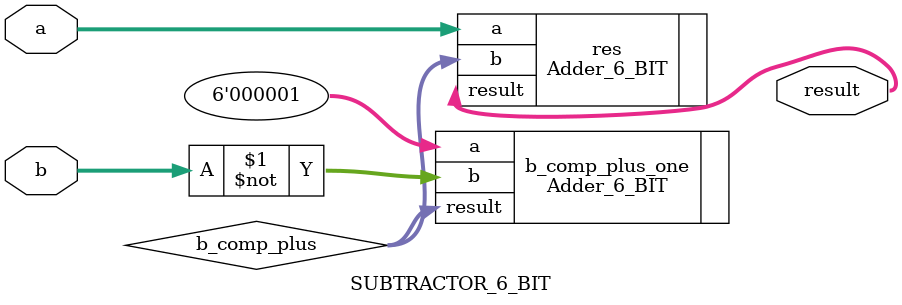
<source format=v>
`timescale 1ns / 1ps
module SUBTRACTOR_6_BIT(
    input [5:0] a,
    input [5:0] b,
    output  [5:0] result
    );
	 wire [5:0] b_comp_plus;
	 Adder_6_BIT b_comp_plus_one(.a(6'b000001),.b(~b),.result(b_comp_plus));
	 Adder_6_BIT res(.a(a),.b(b_comp_plus),.result(result));


endmodule

</source>
